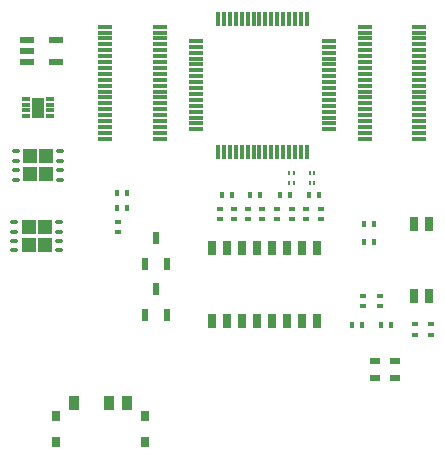
<source format=gtp>
G04*
G04 #@! TF.GenerationSoftware,Altium Limited,Altium Designer,24.6.1 (21)*
G04*
G04 Layer_Color=8421504*
%FSLAX25Y25*%
%MOIN*%
G70*
G04*
G04 #@! TF.SameCoordinates,71A63A80-48C0-4A26-A8B6-F104E5BC9168*
G04*
G04*
G04 #@! TF.FilePolarity,Positive*
G04*
G01*
G75*
%ADD18R,0.04520X0.05158*%
%ADD19R,0.04724X0.02362*%
%ADD20R,0.02165X0.01378*%
%ADD21R,0.02992X0.04921*%
%ADD22R,0.04724X0.01181*%
G04:AMPARAMS|DCode=23|XSize=11.81mil|YSize=49.21mil|CornerRadius=1.95mil|HoleSize=0mil|Usage=FLASHONLY|Rotation=90.000|XOffset=0mil|YOffset=0mil|HoleType=Round|Shape=RoundedRectangle|*
%AMROUNDEDRECTD23*
21,1,0.01181,0.04532,0,0,90.0*
21,1,0.00791,0.04921,0,0,90.0*
1,1,0.00390,0.02266,0.00396*
1,1,0.00390,0.02266,-0.00396*
1,1,0.00390,-0.02266,-0.00396*
1,1,0.00390,-0.02266,0.00396*
%
%ADD23ROUNDEDRECTD23*%
G04:AMPARAMS|DCode=24|XSize=11.81mil|YSize=49.21mil|CornerRadius=1.95mil|HoleSize=0mil|Usage=FLASHONLY|Rotation=180.000|XOffset=0mil|YOffset=0mil|HoleType=Round|Shape=RoundedRectangle|*
%AMROUNDEDRECTD24*
21,1,0.01181,0.04532,0,0,180.0*
21,1,0.00791,0.04921,0,0,180.0*
1,1,0.00390,-0.00396,0.02266*
1,1,0.00390,0.00396,0.02266*
1,1,0.00390,0.00396,-0.02266*
1,1,0.00390,-0.00396,-0.02266*
%
%ADD24ROUNDEDRECTD24*%
%ADD25R,0.03543X0.04724*%
%ADD26R,0.03150X0.03543*%
%ADD27R,0.01378X0.02165*%
%ADD28R,0.02362X0.04134*%
%ADD29R,0.03937X0.06693*%
%ADD30R,0.02756X0.01181*%
%ADD31R,0.03543X0.02165*%
G04:AMPARAMS|DCode=32|XSize=11.81mil|YSize=23.62mil|CornerRadius=1.95mil|HoleSize=0mil|Usage=FLASHONLY|Rotation=90.000|XOffset=0mil|YOffset=0mil|HoleType=Round|Shape=RoundedRectangle|*
%AMROUNDEDRECTD32*
21,1,0.01181,0.01972,0,0,90.0*
21,1,0.00791,0.02362,0,0,90.0*
1,1,0.00390,0.00986,0.00396*
1,1,0.00390,0.00986,-0.00396*
1,1,0.00390,-0.00986,-0.00396*
1,1,0.00390,-0.00986,0.00396*
%
%ADD32ROUNDEDRECTD32*%
%ADD33R,0.00906X0.01181*%
D18*
X75488Y158445D02*
D03*
X70181D02*
D03*
Y164390D02*
D03*
X75488D02*
D03*
X75094Y134823D02*
D03*
X69787D02*
D03*
Y140768D02*
D03*
X75094D02*
D03*
D19*
X69095Y203346D02*
D03*
Y199606D02*
D03*
Y195866D02*
D03*
X78937D02*
D03*
Y203346D02*
D03*
D20*
X198425Y105000D02*
D03*
Y108386D02*
D03*
X203937Y105000D02*
D03*
Y108386D02*
D03*
X187008Y114449D02*
D03*
Y117835D02*
D03*
X181102D02*
D03*
Y114449D02*
D03*
X162205Y143583D02*
D03*
Y146968D02*
D03*
X99606Y139252D02*
D03*
Y142638D02*
D03*
X133465Y143583D02*
D03*
Y146968D02*
D03*
X167323Y143583D02*
D03*
Y146968D02*
D03*
X147638Y143583D02*
D03*
Y146968D02*
D03*
X157480Y143583D02*
D03*
Y146968D02*
D03*
X152362Y143583D02*
D03*
Y146968D02*
D03*
X142913Y143583D02*
D03*
Y146968D02*
D03*
X138189Y143583D02*
D03*
Y146968D02*
D03*
D21*
X198287Y117815D02*
D03*
X203287D02*
D03*
X198287Y142028D02*
D03*
X203287D02*
D03*
X130925Y109547D02*
D03*
Y133760D02*
D03*
X135925Y109547D02*
D03*
Y133760D02*
D03*
X140925Y109547D02*
D03*
Y133760D02*
D03*
X145925Y109547D02*
D03*
Y133760D02*
D03*
X150925Y109547D02*
D03*
Y133760D02*
D03*
X155925Y109547D02*
D03*
Y133760D02*
D03*
X160925Y109547D02*
D03*
Y133760D02*
D03*
X165925Y109547D02*
D03*
Y133760D02*
D03*
D22*
X181890Y207677D02*
D03*
X200000D02*
D03*
X181890Y205709D02*
D03*
X200000D02*
D03*
X181890Y203740D02*
D03*
X200000D02*
D03*
X181890Y201772D02*
D03*
X200000D02*
D03*
X181890Y199803D02*
D03*
X200000D02*
D03*
X181890Y197835D02*
D03*
X200000D02*
D03*
X181890Y195866D02*
D03*
X200000D02*
D03*
X181890Y193898D02*
D03*
X200000D02*
D03*
X181890Y191929D02*
D03*
X200000D02*
D03*
X181890Y189961D02*
D03*
X200000D02*
D03*
X181890Y187992D02*
D03*
X200000D02*
D03*
X181890Y186024D02*
D03*
X200000D02*
D03*
X181890Y184055D02*
D03*
X200000D02*
D03*
X181890Y182087D02*
D03*
X200000D02*
D03*
X181890Y180118D02*
D03*
X200000D02*
D03*
X181890Y178150D02*
D03*
X200000D02*
D03*
X181890Y176181D02*
D03*
X200000D02*
D03*
X181890Y174213D02*
D03*
X200000D02*
D03*
X181890Y172244D02*
D03*
X200000D02*
D03*
X181890Y170276D02*
D03*
X200000D02*
D03*
X95276Y207677D02*
D03*
X113386D02*
D03*
X95276Y205709D02*
D03*
X113386D02*
D03*
X95276Y203740D02*
D03*
X113386D02*
D03*
X95276Y201772D02*
D03*
X113386D02*
D03*
X95276Y199803D02*
D03*
X113386D02*
D03*
X95276Y197835D02*
D03*
X113386D02*
D03*
X95276Y195866D02*
D03*
X113386D02*
D03*
X95276Y193898D02*
D03*
X113386D02*
D03*
X95276Y191929D02*
D03*
X113386D02*
D03*
X95276Y189961D02*
D03*
X113386D02*
D03*
X95276Y187992D02*
D03*
X113386D02*
D03*
X95276Y186024D02*
D03*
X113386D02*
D03*
X95276Y184055D02*
D03*
X113386D02*
D03*
X95276Y182087D02*
D03*
X113386D02*
D03*
X95276Y180118D02*
D03*
X113386D02*
D03*
X95276Y178150D02*
D03*
X113386D02*
D03*
X95276Y176181D02*
D03*
X113386D02*
D03*
X95276Y174213D02*
D03*
X113386D02*
D03*
X95276Y172244D02*
D03*
X113386D02*
D03*
X95276Y170276D02*
D03*
X113386D02*
D03*
D23*
X125492Y173425D02*
D03*
Y175394D02*
D03*
Y177362D02*
D03*
Y179331D02*
D03*
Y181299D02*
D03*
Y183268D02*
D03*
Y185236D02*
D03*
Y187205D02*
D03*
Y189173D02*
D03*
Y191142D02*
D03*
Y193110D02*
D03*
Y195079D02*
D03*
Y197047D02*
D03*
Y199016D02*
D03*
Y200984D02*
D03*
Y202953D02*
D03*
X169783D02*
D03*
Y200984D02*
D03*
Y199016D02*
D03*
Y197047D02*
D03*
Y195079D02*
D03*
Y193110D02*
D03*
Y191142D02*
D03*
Y189173D02*
D03*
Y187205D02*
D03*
Y185236D02*
D03*
Y183268D02*
D03*
Y181299D02*
D03*
Y179331D02*
D03*
Y177362D02*
D03*
Y175394D02*
D03*
Y173425D02*
D03*
D24*
X132874Y210335D02*
D03*
X134843D02*
D03*
X136811D02*
D03*
X138779D02*
D03*
X140748D02*
D03*
X142717D02*
D03*
X144685D02*
D03*
X146653D02*
D03*
X148622D02*
D03*
X150591D02*
D03*
X152559D02*
D03*
X154528D02*
D03*
X156496D02*
D03*
X158465D02*
D03*
X160433D02*
D03*
X162402D02*
D03*
Y166043D02*
D03*
X160433D02*
D03*
X158465D02*
D03*
X156496D02*
D03*
X154528D02*
D03*
X152559D02*
D03*
X150591D02*
D03*
X148622D02*
D03*
X146653D02*
D03*
X144685D02*
D03*
X142717D02*
D03*
X140748D02*
D03*
X138779D02*
D03*
X136811D02*
D03*
X134843D02*
D03*
X132874D02*
D03*
D25*
X96653Y82087D02*
D03*
X84842D02*
D03*
X102559D02*
D03*
D26*
X78740Y69291D02*
D03*
X108661D02*
D03*
Y77953D02*
D03*
X78740D02*
D03*
D27*
X180827Y108268D02*
D03*
X177441D02*
D03*
X190669D02*
D03*
X187284D02*
D03*
X181378Y141732D02*
D03*
X184764D02*
D03*
Y135827D02*
D03*
X181378D02*
D03*
X99094Y152362D02*
D03*
X102480D02*
D03*
X99094Y147244D02*
D03*
X102480D02*
D03*
X134134Y151575D02*
D03*
X137520D02*
D03*
X143583D02*
D03*
X146968D02*
D03*
X163268D02*
D03*
X166654D02*
D03*
X153425D02*
D03*
X156811D02*
D03*
D28*
X112205Y120079D02*
D03*
X115945Y111417D02*
D03*
X108465D02*
D03*
X112205Y137205D02*
D03*
X115945Y128543D02*
D03*
X108465D02*
D03*
D29*
X72835Y180709D02*
D03*
D30*
X76968Y183661D02*
D03*
Y181693D02*
D03*
Y179724D02*
D03*
Y177756D02*
D03*
X68701D02*
D03*
Y179724D02*
D03*
Y181693D02*
D03*
Y183661D02*
D03*
D31*
X191732Y96181D02*
D03*
Y90433D02*
D03*
X185039Y96181D02*
D03*
Y90433D02*
D03*
D32*
X65354Y166142D02*
D03*
Y162992D02*
D03*
Y159843D02*
D03*
Y156693D02*
D03*
X80315Y166142D02*
D03*
Y162992D02*
D03*
Y159843D02*
D03*
Y156693D02*
D03*
X64961Y142520D02*
D03*
Y139370D02*
D03*
Y136221D02*
D03*
Y133071D02*
D03*
X79921Y142520D02*
D03*
Y139370D02*
D03*
Y136221D02*
D03*
Y133071D02*
D03*
D33*
X163465Y158760D02*
D03*
X164961D02*
D03*
Y155610D02*
D03*
X163465D02*
D03*
X156595Y158760D02*
D03*
X158091D02*
D03*
Y155610D02*
D03*
X156595D02*
D03*
M02*

</source>
